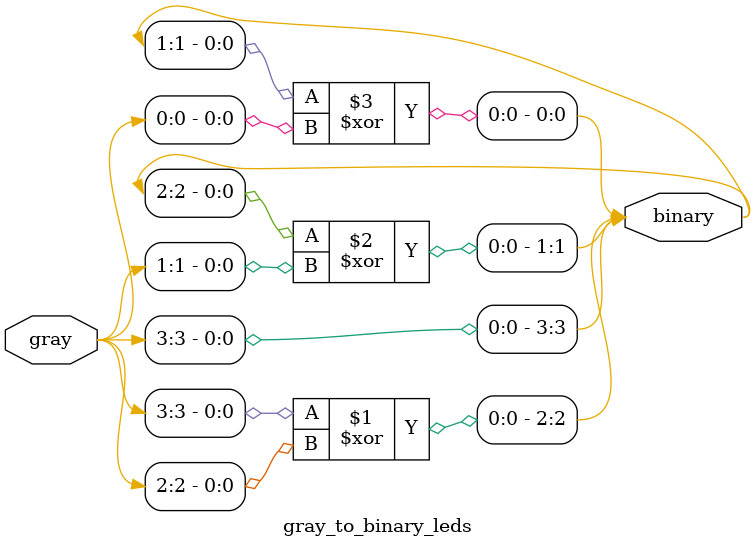
<source format=sv>
module gray_to_binary_leds (
    input logic [3:0] gray,   // Entrada en código Gray de 4 bits
    output logic [3:0] binary // Salida en binario de 4 bits
   
);

    // Convertir Gray a binario
    assign binary[3] = gray[3];
    assign binary[2] = gray[3] ^ gray[2];
    assign binary[1] = binary[2] ^ gray[1];
    assign binary[0] = binary[1] ^ gray[0];

    // Controlar los LEDs en función del resultado binario
    

endmodule

</source>
